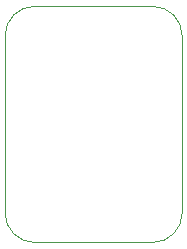
<source format=gbr>
%TF.GenerationSoftware,KiCad,Pcbnew,6.0.1-79c1e3a40b~116~ubuntu20.04.1*%
%TF.CreationDate,2022-02-01T21:07:10+01:00*%
%TF.ProjectId,amplifier,616d706c-6966-4696-9572-2e6b69636164,rev?*%
%TF.SameCoordinates,Original*%
%TF.FileFunction,Profile,NP*%
%FSLAX46Y46*%
G04 Gerber Fmt 4.6, Leading zero omitted, Abs format (unit mm)*
G04 Created by KiCad (PCBNEW 6.0.1-79c1e3a40b~116~ubuntu20.04.1) date 2022-02-01 21:07:10*
%MOMM*%
%LPD*%
G01*
G04 APERTURE LIST*
%TA.AperFunction,Profile*%
%ADD10C,0.100000*%
%TD*%
G04 APERTURE END LIST*
D10*
X122500000Y-75000000D02*
X122500000Y-90000000D01*
X125000000Y-92500000D02*
X135000000Y-92500000D01*
X137500000Y-75000000D02*
G75*
G03*
X135000000Y-72500000I-2500000J0D01*
G01*
X122500000Y-90000000D02*
G75*
G03*
X125000000Y-92500000I2500000J0D01*
G01*
X125000000Y-72500000D02*
X135000000Y-72500000D01*
X137500000Y-75000000D02*
X137500000Y-90000000D01*
X125000000Y-72500000D02*
G75*
G03*
X122500000Y-75000000I0J-2500000D01*
G01*
X135000000Y-92500000D02*
G75*
G03*
X137500000Y-90000000I0J2500000D01*
G01*
M02*

</source>
